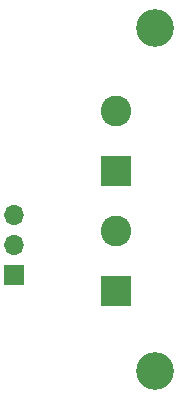
<source format=gbr>
%TF.GenerationSoftware,KiCad,Pcbnew,7.0.7*%
%TF.CreationDate,2023-09-06T14:49:37+02:00*%
%TF.ProjectId,keerlusRelais,6b656572-6c75-4735-9265-6c6169732e6b,rev?*%
%TF.SameCoordinates,Original*%
%TF.FileFunction,Soldermask,Bot*%
%TF.FilePolarity,Negative*%
%FSLAX46Y46*%
G04 Gerber Fmt 4.6, Leading zero omitted, Abs format (unit mm)*
G04 Created by KiCad (PCBNEW 7.0.7) date 2023-09-06 14:49:37*
%MOMM*%
%LPD*%
G01*
G04 APERTURE LIST*
%ADD10R,2.600000X2.600000*%
%ADD11C,2.600000*%
%ADD12R,1.700000X1.700000*%
%ADD13O,1.700000X1.700000*%
%ADD14C,3.200000*%
G04 APERTURE END LIST*
D10*
%TO.C,J1*%
X187706000Y-81280000D03*
D11*
X187706000Y-76200000D03*
%TD*%
D10*
%TO.C,J2*%
X187706000Y-71120000D03*
D11*
X187706000Y-66040000D03*
%TD*%
D12*
%TO.C,J3*%
X179070000Y-79883000D03*
D13*
X179070000Y-77343000D03*
X179070000Y-74803000D03*
%TD*%
D14*
%TO.C,REF\u002A\u002A*%
X191000000Y-88000000D03*
%TD*%
%TO.C,REF\u002A\u002A*%
X191000000Y-59000000D03*
%TD*%
M02*

</source>
